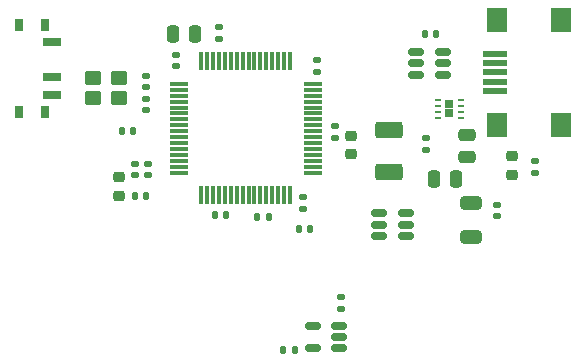
<source format=gbr>
%TF.GenerationSoftware,KiCad,Pcbnew,9.0.3*%
%TF.CreationDate,2025-09-29T14:44:43+08:00*%
%TF.ProjectId,Final Design,46696e61-6c20-4446-9573-69676e2e6b69,rev?*%
%TF.SameCoordinates,Original*%
%TF.FileFunction,Paste,Top*%
%TF.FilePolarity,Positive*%
%FSLAX46Y46*%
G04 Gerber Fmt 4.6, Leading zero omitted, Abs format (unit mm)*
G04 Created by KiCad (PCBNEW 9.0.3) date 2025-09-29 14:44:43*
%MOMM*%
%LPD*%
G01*
G04 APERTURE LIST*
G04 Aperture macros list*
%AMRoundRect*
0 Rectangle with rounded corners*
0 $1 Rounding radius*
0 $2 $3 $4 $5 $6 $7 $8 $9 X,Y pos of 4 corners*
0 Add a 4 corners polygon primitive as box body*
4,1,4,$2,$3,$4,$5,$6,$7,$8,$9,$2,$3,0*
0 Add four circle primitives for the rounded corners*
1,1,$1+$1,$2,$3*
1,1,$1+$1,$4,$5*
1,1,$1+$1,$6,$7*
1,1,$1+$1,$8,$9*
0 Add four rect primitives between the rounded corners*
20,1,$1+$1,$2,$3,$4,$5,0*
20,1,$1+$1,$4,$5,$6,$7,0*
20,1,$1+$1,$6,$7,$8,$9,0*
20,1,$1+$1,$8,$9,$2,$3,0*%
G04 Aperture macros list end*
%ADD10RoundRect,0.140000X0.140000X0.170000X-0.140000X0.170000X-0.140000X-0.170000X0.140000X-0.170000X0*%
%ADD11R,0.800000X1.000000*%
%ADD12R,1.500000X0.700000*%
%ADD13RoundRect,0.140000X-0.140000X-0.170000X0.140000X-0.170000X0.140000X0.170000X-0.140000X0.170000X0*%
%ADD14RoundRect,0.140000X0.170000X-0.140000X0.170000X0.140000X-0.170000X0.140000X-0.170000X-0.140000X0*%
%ADD15RoundRect,0.135000X0.185000X-0.135000X0.185000X0.135000X-0.185000X0.135000X-0.185000X-0.135000X0*%
%ADD16RoundRect,0.150000X0.512500X0.150000X-0.512500X0.150000X-0.512500X-0.150000X0.512500X-0.150000X0*%
%ADD17RoundRect,0.218750X-0.256250X0.218750X-0.256250X-0.218750X0.256250X-0.218750X0.256250X0.218750X0*%
%ADD18RoundRect,0.140000X-0.170000X0.140000X-0.170000X-0.140000X0.170000X-0.140000X0.170000X0.140000X0*%
%ADD19RoundRect,0.075000X-0.700000X-0.075000X0.700000X-0.075000X0.700000X0.075000X-0.700000X0.075000X0*%
%ADD20RoundRect,0.075000X-0.075000X-0.700000X0.075000X-0.700000X0.075000X0.700000X-0.075000X0.700000X0*%
%ADD21R,0.750000X0.650000*%
%ADD22RoundRect,0.062500X0.187500X0.062500X-0.187500X0.062500X-0.187500X-0.062500X0.187500X-0.062500X0*%
%ADD23RoundRect,0.218750X0.256250X-0.218750X0.256250X0.218750X-0.256250X0.218750X-0.256250X-0.218750X0*%
%ADD24RoundRect,0.135000X-0.185000X0.135000X-0.185000X-0.135000X0.185000X-0.135000X0.185000X0.135000X0*%
%ADD25RoundRect,0.250000X-0.450000X-0.350000X0.450000X-0.350000X0.450000X0.350000X-0.450000X0.350000X0*%
%ADD26RoundRect,0.250000X-0.250000X-0.475000X0.250000X-0.475000X0.250000X0.475000X-0.250000X0.475000X0*%
%ADD27R,2.000000X0.500000*%
%ADD28R,1.700000X2.000000*%
%ADD29RoundRect,0.250000X0.250000X0.475000X-0.250000X0.475000X-0.250000X-0.475000X0.250000X-0.475000X0*%
%ADD30RoundRect,0.250000X0.650000X-0.325000X0.650000X0.325000X-0.650000X0.325000X-0.650000X-0.325000X0*%
%ADD31RoundRect,0.249999X-0.900001X0.450001X-0.900001X-0.450001X0.900001X-0.450001X0.900001X0.450001X0*%
%ADD32RoundRect,0.250000X-0.475000X0.250000X-0.475000X-0.250000X0.475000X-0.250000X0.475000X0.250000X0*%
G04 APERTURE END LIST*
D10*
%TO.C,C16*%
X101960000Y-62000000D03*
X101000000Y-62000000D03*
%TD*%
D11*
%TO.C,SW1*%
X79500000Y-44800000D03*
X77290000Y-44800000D03*
X79500000Y-52100000D03*
X77290000Y-52100000D03*
D12*
X80150000Y-46200000D03*
X80150000Y-49200000D03*
X80150000Y-50700000D03*
%TD*%
D13*
%TO.C,C18*%
X99690000Y-72250000D03*
X100650000Y-72250000D03*
%TD*%
D10*
%TO.C,C17*%
X112640000Y-45500000D03*
X111680000Y-45500000D03*
%TD*%
D14*
%TO.C,C10*%
X87150000Y-57480000D03*
X87150000Y-56520000D03*
%TD*%
D15*
%TO.C,R4*%
X120975000Y-57270000D03*
X120975000Y-56250000D03*
%TD*%
D16*
%TO.C,U3*%
X104445000Y-72140000D03*
X104445000Y-71190000D03*
X104445000Y-70240000D03*
X102170000Y-70240000D03*
X102170000Y-72140000D03*
%TD*%
D13*
%TO.C,C3*%
X97500000Y-61000000D03*
X98460000Y-61000000D03*
%TD*%
D17*
%TO.C,FB1*%
X85800000Y-57650000D03*
X85800000Y-59225000D03*
%TD*%
D15*
%TO.C,R2*%
X104620000Y-68840000D03*
X104620000Y-67820000D03*
%TD*%
D18*
%TO.C,C5*%
X101350000Y-59350000D03*
X101350000Y-60310000D03*
%TD*%
D19*
%TO.C,U2*%
X90825000Y-49750000D03*
X90825000Y-50250000D03*
X90825000Y-50750000D03*
X90825000Y-51250000D03*
X90825000Y-51750000D03*
X90825000Y-52250000D03*
X90825000Y-52750000D03*
X90825000Y-53250000D03*
X90825000Y-53750000D03*
X90825000Y-54250000D03*
X90825000Y-54750000D03*
X90825000Y-55250000D03*
X90825000Y-55750000D03*
X90825000Y-56250000D03*
X90825000Y-56750000D03*
X90825000Y-57250000D03*
D20*
X92750000Y-59175000D03*
X93250000Y-59175000D03*
X93750000Y-59175000D03*
X94250000Y-59175000D03*
X94750000Y-59175000D03*
X95250000Y-59175000D03*
X95750000Y-59175000D03*
X96250000Y-59175000D03*
X96750000Y-59175000D03*
X97250000Y-59175000D03*
X97750000Y-59175000D03*
X98250000Y-59175000D03*
X98750000Y-59175000D03*
X99250000Y-59175000D03*
X99750000Y-59175000D03*
X100250000Y-59175000D03*
D19*
X102175000Y-57250000D03*
X102175000Y-56750000D03*
X102175000Y-56250000D03*
X102175000Y-55750000D03*
X102175000Y-55250000D03*
X102175000Y-54750000D03*
X102175000Y-54250000D03*
X102175000Y-53750000D03*
X102175000Y-53250000D03*
X102175000Y-52750000D03*
X102175000Y-52250000D03*
X102175000Y-51750000D03*
X102175000Y-51250000D03*
X102175000Y-50750000D03*
X102175000Y-50250000D03*
X102175000Y-49750000D03*
D20*
X100250000Y-47825000D03*
X99750000Y-47825000D03*
X99250000Y-47825000D03*
X98750000Y-47825000D03*
X98250000Y-47825000D03*
X97750000Y-47825000D03*
X97250000Y-47825000D03*
X96750000Y-47825000D03*
X96250000Y-47825000D03*
X95750000Y-47825000D03*
X95250000Y-47825000D03*
X94750000Y-47825000D03*
X94250000Y-47825000D03*
X93750000Y-47825000D03*
X93250000Y-47825000D03*
X92750000Y-47825000D03*
%TD*%
D21*
%TO.C,U1*%
X113760000Y-52250000D03*
X113760000Y-51450000D03*
D22*
X114710000Y-52600000D03*
X114710000Y-52100000D03*
X114710000Y-51600000D03*
X114710000Y-51100000D03*
X112810000Y-51100000D03*
X112810000Y-51600000D03*
X112810000Y-52100000D03*
X112810000Y-52600000D03*
%TD*%
D23*
%TO.C,D1*%
X119075000Y-57425000D03*
X119075000Y-55850000D03*
%TD*%
D24*
%TO.C,R3*%
X111800000Y-54360000D03*
X111800000Y-55380000D03*
%TD*%
D14*
%TO.C,C9*%
X88250000Y-57480000D03*
X88250000Y-56520000D03*
%TD*%
D25*
%TO.C,Y1*%
X83550000Y-50950000D03*
X85750000Y-50950000D03*
X85750000Y-49250000D03*
X83550000Y-49250000D03*
%TD*%
D14*
%TO.C,C19*%
X117800000Y-60950000D03*
X117800000Y-59990000D03*
%TD*%
%TO.C,C6*%
X90630000Y-48220000D03*
X90630000Y-47260000D03*
%TD*%
D26*
%TO.C,C7*%
X112460000Y-57760000D03*
X114360000Y-57760000D03*
%TD*%
D16*
%TO.C,USB_EDC_PROT1*%
X113214654Y-48960000D03*
X113214654Y-48010000D03*
X113214654Y-47060000D03*
X110939654Y-47060000D03*
X110939654Y-48010000D03*
X110939654Y-48960000D03*
%TD*%
D27*
%TO.C,J5*%
X117658000Y-50380000D03*
X117658000Y-49580000D03*
X117658000Y-48780000D03*
X117658000Y-47980000D03*
X117658000Y-47180000D03*
D28*
X117758000Y-53230000D03*
X123208000Y-53230000D03*
X117758000Y-44330000D03*
X123208000Y-44330000D03*
%TD*%
D29*
%TO.C,C1*%
X92250000Y-45550000D03*
X90350000Y-45550000D03*
%TD*%
D10*
%TO.C,C12*%
X87000000Y-53750000D03*
X86040000Y-53750000D03*
%TD*%
D16*
%TO.C,USB_EDC_PROT2*%
X110100000Y-62600000D03*
X110100000Y-61650000D03*
X110100000Y-60700000D03*
X107825000Y-60700000D03*
X107825000Y-61650000D03*
X107825000Y-62600000D03*
%TD*%
D13*
%TO.C,C11*%
X87150000Y-59250000D03*
X88110000Y-59250000D03*
%TD*%
D17*
%TO.C,D2*%
X105450000Y-54125000D03*
X105450000Y-55700000D03*
%TD*%
D24*
%TO.C,R1*%
X94250000Y-44930000D03*
X94250000Y-45950000D03*
%TD*%
D13*
%TO.C,C4*%
X93890000Y-60850000D03*
X94850000Y-60850000D03*
%TD*%
D30*
%TO.C,C20*%
X115600000Y-62750000D03*
X115600000Y-59800000D03*
%TD*%
D15*
%TO.C,R5*%
X104050000Y-54320000D03*
X104050000Y-53300000D03*
%TD*%
D31*
%TO.C,L1*%
X108670000Y-53670000D03*
X108670000Y-57220000D03*
%TD*%
D32*
%TO.C,C8*%
X115250000Y-54050000D03*
X115250000Y-55950000D03*
%TD*%
D14*
%TO.C,C2*%
X102550000Y-48700000D03*
X102550000Y-47740000D03*
%TD*%
D18*
%TO.C,C13*%
X88100000Y-51000000D03*
X88100000Y-51960000D03*
%TD*%
D14*
%TO.C,C14*%
X88100000Y-50000000D03*
X88100000Y-49040000D03*
%TD*%
M02*

</source>
